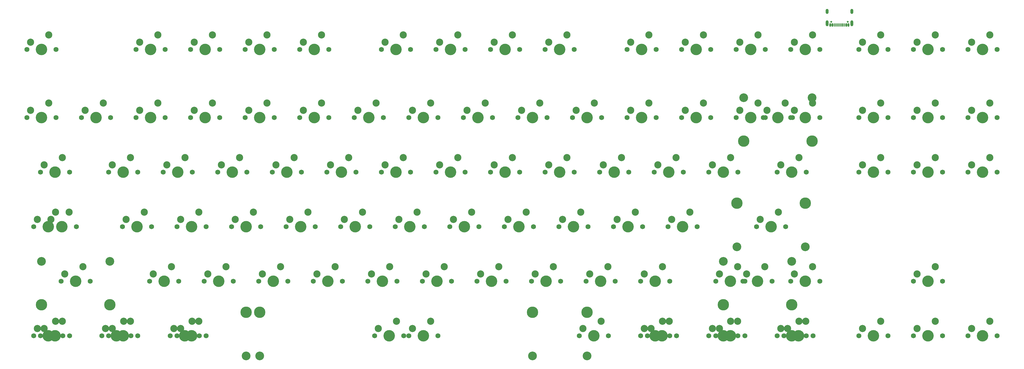
<source format=gbr>
%TF.GenerationSoftware,KiCad,Pcbnew,8.0.1*%
%TF.CreationDate,2025-07-10T21:51:53+09:00*%
%TF.ProjectId,OrionV2V3_rp2040,4f72696f-6e56-4325-9633-5f7270323034,rev?*%
%TF.SameCoordinates,Original*%
%TF.FileFunction,Soldermask,Top*%
%TF.FilePolarity,Negative*%
%FSLAX46Y46*%
G04 Gerber Fmt 4.6, Leading zero omitted, Abs format (unit mm)*
G04 Created by KiCad (PCBNEW 8.0.1) date 2025-07-10 21:51:53*
%MOMM*%
%LPD*%
G01*
G04 APERTURE LIST*
G04 Aperture macros list*
%AMRoundRect*
0 Rectangle with rounded corners*
0 $1 Rounding radius*
0 $2 $3 $4 $5 $6 $7 $8 $9 X,Y pos of 4 corners*
0 Add a 4 corners polygon primitive as box body*
4,1,4,$2,$3,$4,$5,$6,$7,$8,$9,$2,$3,0*
0 Add four circle primitives for the rounded corners*
1,1,$1+$1,$2,$3*
1,1,$1+$1,$4,$5*
1,1,$1+$1,$6,$7*
1,1,$1+$1,$8,$9*
0 Add four rect primitives between the rounded corners*
20,1,$1+$1,$2,$3,$4,$5,0*
20,1,$1+$1,$4,$5,$6,$7,0*
20,1,$1+$1,$6,$7,$8,$9,0*
20,1,$1+$1,$8,$9,$2,$3,0*%
G04 Aperture macros list end*
%ADD10C,1.750000*%
%ADD11C,4.000000*%
%ADD12C,2.500000*%
%ADD13C,3.048000*%
%ADD14C,3.987800*%
%ADD15C,0.650000*%
%ADD16RoundRect,0.150000X0.150000X0.425000X-0.150000X0.425000X-0.150000X-0.425000X0.150000X-0.425000X0*%
%ADD17RoundRect,0.075000X0.075000X0.500000X-0.075000X0.500000X-0.075000X-0.500000X0.075000X-0.500000X0*%
%ADD18O,1.000000X2.100000*%
%ADD19O,1.000000X1.800000*%
G04 APERTURE END LIST*
D10*
%TO.C,MX21*%
X52070000Y-76200000D03*
D11*
X57150000Y-76200000D03*
D10*
X62230000Y-76200000D03*
D12*
X53340000Y-73660000D03*
X59690000Y-71120000D03*
%TD*%
D10*
%TO.C,MX82*%
X97313750Y-152400000D03*
D11*
X102393750Y-152400000D03*
D10*
X107473750Y-152400000D03*
X109220000Y-152400000D03*
D11*
X114300000Y-152400000D03*
D10*
X119380000Y-152400000D03*
D12*
X98583750Y-149860000D03*
X110490000Y-149860000D03*
X104933750Y-147320000D03*
X116840000Y-147320000D03*
%TD*%
D10*
%TO.C,MX69*%
X75882500Y-133350000D03*
D11*
X80962500Y-133350000D03*
D10*
X86042500Y-133350000D03*
D12*
X77152500Y-130810000D03*
X83502500Y-128270000D03*
%TD*%
D10*
%TO.C,MX8*%
X137795000Y-52387500D03*
D11*
X142875000Y-52387500D03*
D10*
X147955000Y-52387500D03*
D12*
X139065000Y-49847500D03*
X145415000Y-47307500D03*
%TD*%
D10*
%TO.C,MX47*%
X213995000Y-95250000D03*
D11*
X219075000Y-95250000D03*
D10*
X224155000Y-95250000D03*
D12*
X215265000Y-92710000D03*
X221615000Y-90170000D03*
%TD*%
D13*
%TO.C,REF\u002A\u002A*%
X219043250Y-126365000D03*
D14*
X219043250Y-141575000D03*
D13*
X242919250Y-126365000D03*
D14*
X242919250Y-141575000D03*
%TD*%
D10*
%TO.C,MX75*%
X190182500Y-133350000D03*
D11*
X195262500Y-133350000D03*
D10*
X200342500Y-133350000D03*
D12*
X191452500Y-130810000D03*
X197802500Y-128270000D03*
%TD*%
D10*
%TO.C,MX81*%
X25876250Y-152400000D03*
X28257500Y-152400000D03*
D11*
X30956250Y-152400000D03*
X33337500Y-152400000D03*
D10*
X36036250Y-152400000D03*
X38417500Y-152400000D03*
D12*
X27146250Y-149860000D03*
X29527500Y-149860000D03*
X33496250Y-147320000D03*
X35877500Y-147320000D03*
%TD*%
D10*
%TO.C,MX12*%
X223520000Y-52387500D03*
D11*
X228600000Y-52387500D03*
D10*
X233680000Y-52387500D03*
D12*
X224790000Y-49847500D03*
X231140000Y-47307500D03*
%TD*%
D10*
%TO.C,MX35*%
X-19367500Y-95250000D03*
D11*
X-14287500Y-95250000D03*
D10*
X-9207500Y-95250000D03*
D12*
X-18097500Y-92710000D03*
X-11747500Y-90170000D03*
%TD*%
D10*
%TO.C,MX56*%
X66357500Y-114300000D03*
D11*
X71437500Y-114300000D03*
D10*
X76517500Y-114300000D03*
D12*
X67627500Y-111760000D03*
X73977500Y-109220000D03*
%TD*%
D10*
%TO.C,MX85*%
X213995000Y-152400000D03*
X216376250Y-152400000D03*
D11*
X219075000Y-152400000D03*
X221456250Y-152400000D03*
D10*
X224155000Y-152400000D03*
X226536250Y-152400000D03*
D12*
X215265000Y-149860000D03*
X217646250Y-149860000D03*
X221615000Y-147320000D03*
X223996250Y-147320000D03*
%TD*%
D10*
%TO.C,MX73*%
X152082500Y-133350000D03*
D11*
X157162500Y-133350000D03*
D10*
X162242500Y-133350000D03*
D12*
X153352500Y-130810000D03*
X159702500Y-128270000D03*
%TD*%
D10*
%TO.C,MX74*%
X171132500Y-133350000D03*
D11*
X176212500Y-133350000D03*
D10*
X181292500Y-133350000D03*
D12*
X172402500Y-130810000D03*
X178752500Y-128270000D03*
%TD*%
D10*
%TO.C,MX1*%
X-24130000Y-52387500D03*
D11*
X-19050000Y-52387500D03*
D10*
X-13970000Y-52387500D03*
D12*
X-22860000Y-49847500D03*
X-16510000Y-47307500D03*
%TD*%
D10*
%TO.C,MX63*%
X199707500Y-114300000D03*
D11*
X204787500Y-114300000D03*
D10*
X209867500Y-114300000D03*
D12*
X200977500Y-111760000D03*
X207327500Y-109220000D03*
%TD*%
D10*
%TO.C,MX44*%
X156845000Y-95250000D03*
D11*
X161925000Y-95250000D03*
D10*
X167005000Y-95250000D03*
D12*
X158115000Y-92710000D03*
X164465000Y-90170000D03*
%TD*%
D15*
%TO.C,J3*%
X262458250Y-42755000D03*
X256678250Y-42755000D03*
D16*
X262768250Y-43830000D03*
X261968250Y-43830000D03*
D17*
X260818250Y-43829999D03*
X259818250Y-43830000D03*
X259318250Y-43830000D03*
X258318250Y-43829999D03*
D16*
X257168250Y-43830000D03*
X256368250Y-43830000D03*
X256368250Y-43830000D03*
X257168250Y-43830000D03*
D17*
X257818250Y-43830000D03*
X258818250Y-43830000D03*
X260318250Y-43830000D03*
X261318250Y-43830000D03*
D16*
X261968250Y-43830000D03*
X262768250Y-43830000D03*
D18*
X263888250Y-43255000D03*
D19*
X263888250Y-39075000D03*
D18*
X255248250Y-43255000D03*
D19*
X255248250Y-39075000D03*
%TD*%
D10*
%TO.C,MX62*%
X180657500Y-114300000D03*
D11*
X185737500Y-114300000D03*
D10*
X190817500Y-114300000D03*
D12*
X181927500Y-111760000D03*
X188277500Y-109220000D03*
%TD*%
D10*
%TO.C,MX18*%
X-5080000Y-76200000D03*
D11*
X0Y-76200000D03*
D10*
X5080000Y-76200000D03*
D12*
X-3810000Y-73660000D03*
X2540000Y-71120000D03*
%TD*%
D10*
%TO.C,MX83*%
X168751250Y-152400000D03*
D11*
X173831250Y-152400000D03*
D10*
X178911250Y-152400000D03*
D12*
X170021250Y-149860000D03*
X176371250Y-147320000D03*
%TD*%
D10*
%TO.C,MX64*%
X230663750Y-114300000D03*
D11*
X235743750Y-114300000D03*
D10*
X240823750Y-114300000D03*
D12*
X231933750Y-111760000D03*
X238283750Y-109220000D03*
%TD*%
D10*
%TO.C,MX52*%
X-21748750Y-114300000D03*
X-16986250Y-114300000D03*
D11*
X-16668750Y-114300000D03*
X-11906250Y-114300000D03*
D10*
X-11588750Y-114300000D03*
X-6826250Y-114300000D03*
D12*
X-15716250Y-111760000D03*
X-14128750Y-109220000D03*
X-20478750Y-111760000D03*
X-9366250Y-109220000D03*
%TD*%
D10*
%TO.C,MX25*%
X128270000Y-76200000D03*
D11*
X133350000Y-76200000D03*
D10*
X138430000Y-76200000D03*
D12*
X129540000Y-73660000D03*
X135890000Y-71120000D03*
%TD*%
D10*
%TO.C,MX41*%
X99695000Y-95250000D03*
D11*
X104775000Y-95250000D03*
D10*
X109855000Y-95250000D03*
D12*
X100965000Y-92710000D03*
X107315000Y-90170000D03*
%TD*%
D10*
%TO.C,MX22*%
X71120000Y-76200000D03*
D11*
X76200000Y-76200000D03*
D10*
X81280000Y-76200000D03*
D12*
X72390000Y-73660000D03*
X78740000Y-71120000D03*
%TD*%
D10*
%TO.C,MX60*%
X142557500Y-114300000D03*
D11*
X147637500Y-114300000D03*
D10*
X152717500Y-114300000D03*
D12*
X143827500Y-111760000D03*
X150177500Y-109220000D03*
%TD*%
D10*
%TO.C,MX68*%
X56832500Y-133350000D03*
D11*
X61912500Y-133350000D03*
D10*
X66992500Y-133350000D03*
D12*
X58102500Y-130810000D03*
X64452500Y-128270000D03*
%TD*%
D10*
%TO.C,MX80*%
X2063750Y-152400000D03*
X4445000Y-152400000D03*
D11*
X7143750Y-152400000D03*
X9525000Y-152400000D03*
D10*
X12223750Y-152400000D03*
X14605000Y-152400000D03*
D12*
X3333750Y-149860000D03*
X5715000Y-149860000D03*
X9683750Y-147320000D03*
X12065000Y-147320000D03*
%TD*%
D10*
%TO.C,MX30*%
X223520000Y-76200000D03*
D11*
X228600000Y-76200000D03*
D10*
X233680000Y-76200000D03*
D12*
X224790000Y-73660000D03*
X231140000Y-71120000D03*
%TD*%
D10*
%TO.C,MX61*%
X161607500Y-114300000D03*
D11*
X166687500Y-114300000D03*
D10*
X171767500Y-114300000D03*
D12*
X162877500Y-111760000D03*
X169227500Y-109220000D03*
%TD*%
D10*
%TO.C,MX54*%
X28257500Y-114300000D03*
D11*
X33337500Y-114300000D03*
D10*
X38417500Y-114300000D03*
D12*
X29527500Y-111760000D03*
X35877500Y-109220000D03*
%TD*%
D10*
%TO.C,MX78*%
X285432500Y-133350000D03*
D11*
X290512500Y-133350000D03*
D10*
X295592500Y-133350000D03*
D12*
X286702500Y-130810000D03*
X293052500Y-128270000D03*
%TD*%
D10*
%TO.C,MX24*%
X109220000Y-76200000D03*
D11*
X114300000Y-76200000D03*
D10*
X119380000Y-76200000D03*
D12*
X110490000Y-73660000D03*
X116840000Y-71120000D03*
%TD*%
D10*
%TO.C,MX51*%
X304482500Y-95250000D03*
D11*
X309562500Y-95250000D03*
D10*
X314642500Y-95250000D03*
D12*
X305752500Y-92710000D03*
X312102500Y-90170000D03*
%TD*%
D10*
%TO.C,MX48*%
X237807500Y-95250000D03*
D11*
X242887500Y-95250000D03*
D10*
X247967500Y-95250000D03*
D12*
X239077500Y-92710000D03*
X245427500Y-90170000D03*
%TD*%
D10*
%TO.C,MX26*%
X147320000Y-76200000D03*
D11*
X152400000Y-76200000D03*
D10*
X157480000Y-76200000D03*
D12*
X148590000Y-73660000D03*
X154940000Y-71120000D03*
%TD*%
D10*
%TO.C,MX17*%
X-24130000Y-76200000D03*
D11*
X-19050000Y-76200000D03*
D10*
X-13970000Y-76200000D03*
D12*
X-22860000Y-73660000D03*
X-16510000Y-71120000D03*
%TD*%
D10*
%TO.C,MX67*%
X37782500Y-133350000D03*
D11*
X42862500Y-133350000D03*
D10*
X47942500Y-133350000D03*
D12*
X39052500Y-130810000D03*
X45402500Y-128270000D03*
%TD*%
D10*
%TO.C,MX29*%
X204470000Y-76200000D03*
D11*
X209550000Y-76200000D03*
D10*
X214630000Y-76200000D03*
D12*
X205740000Y-73660000D03*
X212090000Y-71120000D03*
%TD*%
D10*
%TO.C,MX87*%
X266382500Y-152400000D03*
D11*
X271462500Y-152400000D03*
D10*
X276542500Y-152400000D03*
D12*
X267652500Y-149860000D03*
X274002500Y-147320000D03*
%TD*%
D10*
%TO.C,MX5*%
X71120000Y-52387500D03*
D11*
X76200000Y-52387500D03*
D10*
X81280000Y-52387500D03*
D12*
X72390000Y-49847500D03*
X78740000Y-47307500D03*
%TD*%
D10*
%TO.C,MX15*%
X285432500Y-52387500D03*
D11*
X290512500Y-52387500D03*
D10*
X295592500Y-52387500D03*
D12*
X286702500Y-49847500D03*
X293052500Y-47307500D03*
%TD*%
D10*
%TO.C,MX86*%
X237807500Y-152400000D03*
X240188750Y-152400000D03*
D11*
X242887500Y-152400000D03*
X245268750Y-152400000D03*
D10*
X247967500Y-152400000D03*
X250348750Y-152400000D03*
D12*
X239077500Y-149860000D03*
X241458750Y-149860000D03*
X245427500Y-147320000D03*
X247808750Y-147320000D03*
%TD*%
D10*
%TO.C,MX55*%
X47307500Y-114300000D03*
D11*
X52387500Y-114300000D03*
D10*
X57467500Y-114300000D03*
D12*
X48577500Y-111760000D03*
X54927500Y-109220000D03*
%TD*%
D10*
%TO.C,MX84*%
X190182500Y-152400000D03*
X192563750Y-152400000D03*
D11*
X195262500Y-152400000D03*
X197643750Y-152400000D03*
D10*
X200342500Y-152400000D03*
X202723750Y-152400000D03*
D12*
X191452500Y-149860000D03*
X193833750Y-149860000D03*
X197802500Y-147320000D03*
X200183750Y-147320000D03*
%TD*%
D10*
%TO.C,MX53*%
X9207500Y-114300000D03*
D11*
X14287500Y-114300000D03*
D10*
X19367500Y-114300000D03*
D12*
X10477500Y-111760000D03*
X16827500Y-109220000D03*
%TD*%
D10*
%TO.C,MX79*%
X-21748750Y-152400000D03*
X-19367500Y-152400000D03*
D11*
X-16668750Y-152400000D03*
X-14287500Y-152400000D03*
D10*
X-11588750Y-152400000D03*
X-9207500Y-152400000D03*
D12*
X-20478750Y-149860000D03*
X-18097500Y-149860000D03*
X-14128750Y-147320000D03*
X-11747500Y-147320000D03*
%TD*%
D10*
%TO.C,MX14*%
X266382500Y-52387500D03*
D11*
X271462500Y-52387500D03*
D10*
X276542500Y-52387500D03*
D12*
X267652500Y-49847500D03*
X274002500Y-47307500D03*
%TD*%
D13*
%TO.C,REF\u002A\u002A*%
X247681750Y-121285000D03*
D14*
X247681750Y-106075000D03*
D13*
X223805750Y-121285000D03*
D14*
X223805750Y-106075000D03*
%TD*%
D10*
%TO.C,MX10*%
X185420000Y-52387500D03*
D11*
X190500000Y-52387500D03*
D10*
X195580000Y-52387500D03*
D12*
X186690000Y-49847500D03*
X193040000Y-47307500D03*
%TD*%
D10*
%TO.C,MX2*%
X13970000Y-52387500D03*
D11*
X19050000Y-52387500D03*
D10*
X24130000Y-52387500D03*
D12*
X15240000Y-49847500D03*
X21590000Y-47307500D03*
%TD*%
D10*
%TO.C,MX7*%
X118745000Y-52387500D03*
D11*
X123825000Y-52387500D03*
D10*
X128905000Y-52387500D03*
D12*
X120015000Y-49847500D03*
X126365000Y-47307500D03*
%TD*%
D10*
%TO.C,MX31*%
X233045000Y-76200000D03*
D11*
X238125000Y-76200000D03*
D10*
X242570000Y-76200000D03*
X243205000Y-76200000D03*
D11*
X247650000Y-76200000D03*
D10*
X252730000Y-76200000D03*
D12*
X234315000Y-73660000D03*
X243840000Y-73660000D03*
X240665000Y-71120000D03*
X250190000Y-71120000D03*
%TD*%
D13*
%TO.C,REF\u002A\u002A*%
X226187000Y-69215000D03*
D14*
X226187000Y-84425000D03*
D13*
X250063000Y-69215000D03*
D14*
X250063000Y-84425000D03*
%TD*%
D10*
%TO.C,MX77*%
X242570000Y-133350000D03*
D11*
X247650000Y-133350000D03*
D10*
X252730000Y-133350000D03*
D12*
X243840000Y-130810000D03*
X250190000Y-128270000D03*
%TD*%
D10*
%TO.C,MX57*%
X85407500Y-114300000D03*
D11*
X90487500Y-114300000D03*
D10*
X95567500Y-114300000D03*
D12*
X86677500Y-111760000D03*
X93027500Y-109220000D03*
%TD*%
D10*
%TO.C,MX20*%
X33020000Y-76200000D03*
D11*
X38100000Y-76200000D03*
D10*
X43180000Y-76200000D03*
D12*
X34290000Y-73660000D03*
X40640000Y-71120000D03*
%TD*%
D10*
%TO.C,MX16*%
X304482500Y-52387500D03*
D11*
X309562500Y-52387500D03*
D10*
X314642500Y-52387500D03*
D12*
X305752500Y-49847500D03*
X312102500Y-47307500D03*
%TD*%
D10*
%TO.C,MX58*%
X104457500Y-114300000D03*
D11*
X109537500Y-114300000D03*
D10*
X114617500Y-114300000D03*
D12*
X105727500Y-111760000D03*
X112077500Y-109220000D03*
%TD*%
D10*
%TO.C,MX89*%
X304482500Y-152400000D03*
D11*
X309562500Y-152400000D03*
D10*
X314642500Y-152400000D03*
D12*
X305752500Y-149860000D03*
X312102500Y-147320000D03*
%TD*%
D10*
%TO.C,MX46*%
X194945000Y-95250000D03*
D11*
X200025000Y-95250000D03*
D10*
X205105000Y-95250000D03*
D12*
X196215000Y-92710000D03*
X202565000Y-90170000D03*
%TD*%
D10*
%TO.C,MX34*%
X304482500Y-76200000D03*
D11*
X309562500Y-76200000D03*
D10*
X314642500Y-76200000D03*
D12*
X305752500Y-73660000D03*
X312102500Y-71120000D03*
%TD*%
D10*
%TO.C,MX40*%
X80645000Y-95250000D03*
D11*
X85725000Y-95250000D03*
D10*
X90805000Y-95250000D03*
D12*
X81915000Y-92710000D03*
X88265000Y-90170000D03*
%TD*%
D10*
%TO.C,MX59*%
X123507500Y-114300000D03*
D11*
X128587500Y-114300000D03*
D10*
X133667500Y-114300000D03*
D12*
X124777500Y-111760000D03*
X131127500Y-109220000D03*
%TD*%
D10*
%TO.C,MX19*%
X13970000Y-76200000D03*
D11*
X19050000Y-76200000D03*
D10*
X24130000Y-76200000D03*
D12*
X15240000Y-73660000D03*
X21590000Y-71120000D03*
%TD*%
D10*
%TO.C,MX28*%
X185420000Y-76200000D03*
D11*
X190500000Y-76200000D03*
D10*
X195580000Y-76200000D03*
D12*
X186690000Y-73660000D03*
X193040000Y-71120000D03*
%TD*%
D10*
%TO.C,MX76*%
X216376250Y-133350000D03*
D11*
X221456250Y-133350000D03*
D10*
X225901250Y-133350000D03*
X226536250Y-133350000D03*
D11*
X230981250Y-133350000D03*
D10*
X236061250Y-133350000D03*
D12*
X217646250Y-130810000D03*
X233521250Y-128270000D03*
X223996250Y-128270000D03*
X227171250Y-130810000D03*
%TD*%
D10*
%TO.C,MX72*%
X133032500Y-133350000D03*
D11*
X138112500Y-133350000D03*
D10*
X143192500Y-133350000D03*
D12*
X134302500Y-130810000D03*
X140652500Y-128270000D03*
%TD*%
D10*
%TO.C,MX33*%
X285432500Y-76200000D03*
D11*
X290512500Y-76200000D03*
D10*
X295592500Y-76200000D03*
D12*
X286702500Y-73660000D03*
X293052500Y-71120000D03*
%TD*%
D10*
%TO.C,MX32*%
X266382500Y-76200000D03*
D11*
X271462500Y-76200000D03*
D10*
X276542500Y-76200000D03*
D12*
X267652500Y-73660000D03*
X274002500Y-71120000D03*
%TD*%
D13*
%TO.C,REF\u002A\u002A*%
X152393750Y-159385000D03*
D14*
X152393750Y-144175000D03*
D13*
X52393750Y-159385000D03*
D14*
X52393750Y-144175000D03*
%TD*%
D10*
%TO.C,MX49*%
X266382500Y-95250000D03*
D11*
X271462500Y-95250000D03*
D10*
X276542500Y-95250000D03*
D12*
X267652500Y-92710000D03*
X274002500Y-90170000D03*
%TD*%
D10*
%TO.C,MX88*%
X285432500Y-152400000D03*
D11*
X290512500Y-152400000D03*
D10*
X295592500Y-152400000D03*
D12*
X286702500Y-149860000D03*
X293052500Y-147320000D03*
%TD*%
D13*
%TO.C,REF\u002A\u002A*%
X171450000Y-159384999D03*
D14*
X171450000Y-144175000D03*
D13*
X57150000Y-159384999D03*
D14*
X57150000Y-144175000D03*
%TD*%
D10*
%TO.C,MX4*%
X52070000Y-52387500D03*
D11*
X57150000Y-52387500D03*
D10*
X62230000Y-52387500D03*
D12*
X53340000Y-49847500D03*
X59690000Y-47307500D03*
%TD*%
D10*
%TO.C,MX23*%
X90170000Y-76200000D03*
D11*
X95250000Y-76200000D03*
D10*
X100330000Y-76200000D03*
D12*
X91440000Y-73660000D03*
X97790000Y-71120000D03*
%TD*%
D10*
%TO.C,MX39*%
X61595000Y-95250000D03*
D11*
X66675000Y-95250000D03*
D10*
X71755000Y-95250000D03*
D12*
X62865000Y-92710000D03*
X69215000Y-90170000D03*
%TD*%
D10*
%TO.C,MX27*%
X166370000Y-76200000D03*
D11*
X171450000Y-76200000D03*
D10*
X176530000Y-76200000D03*
D12*
X167640000Y-73660000D03*
X173990000Y-71120000D03*
%TD*%
D10*
%TO.C,MX3*%
X33020000Y-52387500D03*
D11*
X38100000Y-52387500D03*
D10*
X43180000Y-52387500D03*
D12*
X34290000Y-49847500D03*
X40640000Y-47307500D03*
%TD*%
D10*
%TO.C,MX66*%
X18732500Y-133350000D03*
D11*
X23812500Y-133350000D03*
D10*
X28892500Y-133350000D03*
D12*
X20002500Y-130810000D03*
X26352500Y-128270000D03*
%TD*%
D10*
%TO.C,MX43*%
X137795000Y-95250000D03*
D11*
X142875000Y-95250000D03*
D10*
X147955000Y-95250000D03*
D12*
X139065000Y-92710000D03*
X145415000Y-90170000D03*
%TD*%
D10*
%TO.C,MX13*%
X242570000Y-52387500D03*
D11*
X247650000Y-52387500D03*
D10*
X252730000Y-52387500D03*
D12*
X243840000Y-49847500D03*
X250190000Y-47307500D03*
%TD*%
D10*
%TO.C,MX36*%
X4445000Y-95250000D03*
D11*
X9525000Y-95250000D03*
D10*
X14605000Y-95250000D03*
D12*
X5715000Y-92710000D03*
X12065000Y-90170000D03*
%TD*%
D10*
%TO.C,MX65*%
X-12223750Y-133350000D03*
D11*
X-7143750Y-133350000D03*
D10*
X-2063750Y-133350000D03*
D12*
X-10953750Y-130810000D03*
X-4603750Y-128270000D03*
%TD*%
D10*
%TO.C,MX9*%
X156845000Y-52387500D03*
D11*
X161925000Y-52387500D03*
D10*
X167005000Y-52387500D03*
D12*
X158115000Y-49847500D03*
X164465000Y-47307500D03*
%TD*%
D10*
%TO.C,MX6*%
X99695000Y-52387500D03*
D11*
X104775000Y-52387500D03*
D10*
X109855000Y-52387500D03*
D12*
X100965000Y-49847500D03*
X107315000Y-47307500D03*
%TD*%
D10*
%TO.C,MX70*%
X94932500Y-133350000D03*
D11*
X100012500Y-133350000D03*
D10*
X105092500Y-133350000D03*
D12*
X96202500Y-130810000D03*
X102552500Y-128270000D03*
%TD*%
D10*
%TO.C,MX45*%
X175895000Y-95250000D03*
D11*
X180975000Y-95250000D03*
D10*
X186055000Y-95250000D03*
D12*
X177165000Y-92710000D03*
X183515000Y-90170000D03*
%TD*%
D13*
%TO.C,REF\u002A\u002A*%
X-19081750Y-126365000D03*
D14*
X-19081750Y-141575000D03*
D13*
X4794250Y-126365000D03*
D14*
X4794250Y-141575000D03*
%TD*%
D10*
%TO.C,MX71*%
X113982500Y-133350000D03*
D11*
X119062500Y-133350000D03*
D10*
X124142500Y-133350000D03*
D12*
X115252500Y-130810000D03*
X121602500Y-128270000D03*
%TD*%
D10*
%TO.C,MX38*%
X42545000Y-95250000D03*
D11*
X47625000Y-95250000D03*
D10*
X52705000Y-95250000D03*
D12*
X43815000Y-92710000D03*
X50165000Y-90170000D03*
%TD*%
D10*
%TO.C,MX11*%
X204470000Y-52387500D03*
D11*
X209550000Y-52387500D03*
D10*
X214630000Y-52387500D03*
D12*
X205740000Y-49847500D03*
X212090000Y-47307500D03*
%TD*%
D10*
%TO.C,MX42*%
X118745000Y-95250000D03*
D11*
X123825000Y-95250000D03*
D10*
X128905000Y-95250000D03*
D12*
X120015000Y-92710000D03*
X126365000Y-90170000D03*
%TD*%
D10*
%TO.C,MX50*%
X285432500Y-95250000D03*
D11*
X290512500Y-95250000D03*
D10*
X295592500Y-95250000D03*
D12*
X286702500Y-92710000D03*
X293052500Y-90170000D03*
%TD*%
D10*
%TO.C,MX37*%
X23495000Y-95250000D03*
D11*
X28575000Y-95250000D03*
D10*
X33655000Y-95250000D03*
D12*
X24765000Y-92710000D03*
X31115000Y-90170000D03*
%TD*%
D15*
%TO.C,J1*%
X256678250Y-42755000D03*
X262458250Y-42755000D03*
D19*
X255248250Y-39075000D03*
D18*
X255248250Y-43255000D03*
D19*
X263888250Y-39075000D03*
D18*
X263888250Y-43255000D03*
%TD*%
M02*

</source>
